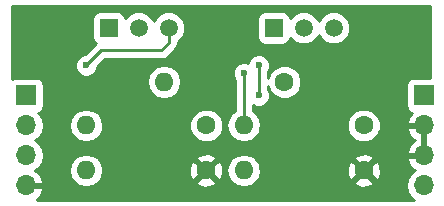
<source format=gbl>
G04 #@! TF.FileFunction,Copper,L2,Bot,Signal*
%FSLAX46Y46*%
G04 Gerber Fmt 4.6, Leading zero omitted, Abs format (unit mm)*
G04 Created by KiCad (PCBNEW 4.0.7) date 01/13/19 00:03:42*
%MOMM*%
%LPD*%
G01*
G04 APERTURE LIST*
%ADD10C,0.100000*%
%ADD11R,1.700000X1.700000*%
%ADD12O,1.700000X1.700000*%
%ADD13C,1.520000*%
%ADD14R,1.520000X1.520000*%
%ADD15C,1.600000*%
%ADD16O,1.600000X1.600000*%
%ADD17C,0.600000*%
%ADD18C,0.250000*%
%ADD19C,0.254000*%
G04 APERTURE END LIST*
D10*
D11*
X114300000Y-135255000D03*
D12*
X114300000Y-137795000D03*
X114300000Y-140335000D03*
X114300000Y-142875000D03*
D11*
X147955000Y-135255000D03*
D12*
X147955000Y-137795000D03*
X147955000Y-140335000D03*
X147955000Y-142875000D03*
D13*
X137795000Y-129540000D03*
X140335000Y-129540000D03*
D14*
X135255000Y-129540000D03*
D13*
X123825000Y-129540000D03*
X126365000Y-129540000D03*
D14*
X121285000Y-129540000D03*
D15*
X129540000Y-137795000D03*
D16*
X119380000Y-137795000D03*
D15*
X136144000Y-134112000D03*
D16*
X125984000Y-134112000D03*
D15*
X142875000Y-137795000D03*
D16*
X132715000Y-137795000D03*
D15*
X142875000Y-141605000D03*
D16*
X132715000Y-141605000D03*
D15*
X129540000Y-141605000D03*
D16*
X119380000Y-141605000D03*
D17*
X132715000Y-133350000D03*
X119380000Y-132715000D03*
X133985000Y-132715000D03*
X133985000Y-135255000D03*
D18*
X132715000Y-137795000D02*
X132715000Y-133350000D01*
X126365000Y-129540000D02*
X126365000Y-130810000D01*
X120650000Y-131445000D02*
X119380000Y-132715000D01*
X125730000Y-131445000D02*
X120650000Y-131445000D01*
X126365000Y-130810000D02*
X125730000Y-131445000D01*
X133985000Y-132715000D02*
X133985000Y-135255000D01*
D19*
G36*
X148515000Y-133757560D02*
X147105000Y-133757560D01*
X146869683Y-133801838D01*
X146653559Y-133940910D01*
X146508569Y-134153110D01*
X146457560Y-134405000D01*
X146457560Y-136105000D01*
X146501838Y-136340317D01*
X146640910Y-136556441D01*
X146853110Y-136701431D01*
X146961107Y-136723301D01*
X146683355Y-137028076D01*
X146513524Y-137438110D01*
X146634845Y-137668000D01*
X147828000Y-137668000D01*
X147828000Y-137648000D01*
X148082000Y-137648000D01*
X148082000Y-137668000D01*
X148102000Y-137668000D01*
X148102000Y-137922000D01*
X148082000Y-137922000D01*
X148082000Y-140208000D01*
X148102000Y-140208000D01*
X148102000Y-140462000D01*
X148082000Y-140462000D01*
X148082000Y-140482000D01*
X147828000Y-140482000D01*
X147828000Y-140462000D01*
X146634845Y-140462000D01*
X146513524Y-140691890D01*
X146683355Y-141101924D01*
X147073642Y-141530183D01*
X147216553Y-141597298D01*
X146875853Y-141824946D01*
X146553946Y-142306715D01*
X146440907Y-142875000D01*
X146553946Y-143443285D01*
X146875853Y-143925054D01*
X147092781Y-144070000D01*
X115181525Y-144070000D01*
X115571645Y-143641924D01*
X115741476Y-143231890D01*
X115620155Y-143002000D01*
X114427000Y-143002000D01*
X114427000Y-143022000D01*
X114173000Y-143022000D01*
X114173000Y-143002000D01*
X114153000Y-143002000D01*
X114153000Y-142748000D01*
X114173000Y-142748000D01*
X114173000Y-142728000D01*
X114427000Y-142728000D01*
X114427000Y-142748000D01*
X115620155Y-142748000D01*
X115741476Y-142518110D01*
X115571645Y-142108076D01*
X115181358Y-141679817D01*
X115038447Y-141612702D01*
X115049973Y-141605000D01*
X117916887Y-141605000D01*
X118026120Y-142154151D01*
X118337189Y-142619698D01*
X118802736Y-142930767D01*
X119351887Y-143040000D01*
X119408113Y-143040000D01*
X119957264Y-142930767D01*
X120422811Y-142619698D01*
X120427456Y-142612745D01*
X128711861Y-142612745D01*
X128785995Y-142858864D01*
X129323223Y-143051965D01*
X129893454Y-143024778D01*
X130294005Y-142858864D01*
X130368139Y-142612745D01*
X129540000Y-141784605D01*
X128711861Y-142612745D01*
X120427456Y-142612745D01*
X120733880Y-142154151D01*
X120843113Y-141605000D01*
X120799994Y-141388223D01*
X128093035Y-141388223D01*
X128120222Y-141958454D01*
X128286136Y-142359005D01*
X128532255Y-142433139D01*
X129360395Y-141605000D01*
X129719605Y-141605000D01*
X130547745Y-142433139D01*
X130793864Y-142359005D01*
X130986965Y-141821777D01*
X130976630Y-141605000D01*
X131251887Y-141605000D01*
X131361120Y-142154151D01*
X131672189Y-142619698D01*
X132137736Y-142930767D01*
X132686887Y-143040000D01*
X132743113Y-143040000D01*
X133292264Y-142930767D01*
X133757811Y-142619698D01*
X133762456Y-142612745D01*
X142046861Y-142612745D01*
X142120995Y-142858864D01*
X142658223Y-143051965D01*
X143228454Y-143024778D01*
X143629005Y-142858864D01*
X143703139Y-142612745D01*
X142875000Y-141784605D01*
X142046861Y-142612745D01*
X133762456Y-142612745D01*
X134068880Y-142154151D01*
X134178113Y-141605000D01*
X134134994Y-141388223D01*
X141428035Y-141388223D01*
X141455222Y-141958454D01*
X141621136Y-142359005D01*
X141867255Y-142433139D01*
X142695395Y-141605000D01*
X143054605Y-141605000D01*
X143882745Y-142433139D01*
X144128864Y-142359005D01*
X144321965Y-141821777D01*
X144294778Y-141251546D01*
X144128864Y-140850995D01*
X143882745Y-140776861D01*
X143054605Y-141605000D01*
X142695395Y-141605000D01*
X141867255Y-140776861D01*
X141621136Y-140850995D01*
X141428035Y-141388223D01*
X134134994Y-141388223D01*
X134068880Y-141055849D01*
X133762457Y-140597255D01*
X142046861Y-140597255D01*
X142875000Y-141425395D01*
X143703139Y-140597255D01*
X143629005Y-140351136D01*
X143091777Y-140158035D01*
X142521546Y-140185222D01*
X142120995Y-140351136D01*
X142046861Y-140597255D01*
X133762457Y-140597255D01*
X133757811Y-140590302D01*
X133292264Y-140279233D01*
X132743113Y-140170000D01*
X132686887Y-140170000D01*
X132137736Y-140279233D01*
X131672189Y-140590302D01*
X131361120Y-141055849D01*
X131251887Y-141605000D01*
X130976630Y-141605000D01*
X130959778Y-141251546D01*
X130793864Y-140850995D01*
X130547745Y-140776861D01*
X129719605Y-141605000D01*
X129360395Y-141605000D01*
X128532255Y-140776861D01*
X128286136Y-140850995D01*
X128093035Y-141388223D01*
X120799994Y-141388223D01*
X120733880Y-141055849D01*
X120427457Y-140597255D01*
X128711861Y-140597255D01*
X129540000Y-141425395D01*
X130368139Y-140597255D01*
X130294005Y-140351136D01*
X129756777Y-140158035D01*
X129186546Y-140185222D01*
X128785995Y-140351136D01*
X128711861Y-140597255D01*
X120427457Y-140597255D01*
X120422811Y-140590302D01*
X119957264Y-140279233D01*
X119408113Y-140170000D01*
X119351887Y-140170000D01*
X118802736Y-140279233D01*
X118337189Y-140590302D01*
X118026120Y-141055849D01*
X117916887Y-141605000D01*
X115049973Y-141605000D01*
X115379147Y-141385054D01*
X115701054Y-140903285D01*
X115814093Y-140335000D01*
X115701054Y-139766715D01*
X115379147Y-139284946D01*
X115049974Y-139065000D01*
X115379147Y-138845054D01*
X115701054Y-138363285D01*
X115814093Y-137795000D01*
X117916887Y-137795000D01*
X118026120Y-138344151D01*
X118337189Y-138809698D01*
X118802736Y-139120767D01*
X119351887Y-139230000D01*
X119408113Y-139230000D01*
X119957264Y-139120767D01*
X120422811Y-138809698D01*
X120733880Y-138344151D01*
X120786584Y-138079187D01*
X128104752Y-138079187D01*
X128322757Y-138606800D01*
X128726077Y-139010824D01*
X129253309Y-139229750D01*
X129824187Y-139230248D01*
X130351800Y-139012243D01*
X130755824Y-138608923D01*
X130974750Y-138081691D01*
X130975000Y-137795000D01*
X131251887Y-137795000D01*
X131361120Y-138344151D01*
X131672189Y-138809698D01*
X132137736Y-139120767D01*
X132686887Y-139230000D01*
X132743113Y-139230000D01*
X133292264Y-139120767D01*
X133757811Y-138809698D01*
X134068880Y-138344151D01*
X134121584Y-138079187D01*
X141439752Y-138079187D01*
X141657757Y-138606800D01*
X142061077Y-139010824D01*
X142588309Y-139229750D01*
X143159187Y-139230248D01*
X143686800Y-139012243D01*
X144090824Y-138608923D01*
X144280600Y-138151890D01*
X146513524Y-138151890D01*
X146683355Y-138561924D01*
X147073642Y-138990183D01*
X147232954Y-139065000D01*
X147073642Y-139139817D01*
X146683355Y-139568076D01*
X146513524Y-139978110D01*
X146634845Y-140208000D01*
X147828000Y-140208000D01*
X147828000Y-137922000D01*
X146634845Y-137922000D01*
X146513524Y-138151890D01*
X144280600Y-138151890D01*
X144309750Y-138081691D01*
X144310248Y-137510813D01*
X144092243Y-136983200D01*
X143688923Y-136579176D01*
X143161691Y-136360250D01*
X142590813Y-136359752D01*
X142063200Y-136577757D01*
X141659176Y-136981077D01*
X141440250Y-137508309D01*
X141439752Y-138079187D01*
X134121584Y-138079187D01*
X134178113Y-137795000D01*
X134068880Y-137245849D01*
X133757811Y-136780302D01*
X133475000Y-136591333D01*
X133475000Y-136055633D01*
X133798201Y-136189838D01*
X134170167Y-136190162D01*
X134513943Y-136048117D01*
X134777192Y-135785327D01*
X134919838Y-135441799D01*
X134920162Y-135069833D01*
X134778117Y-134726057D01*
X134745000Y-134692882D01*
X134745000Y-134483914D01*
X134926757Y-134923800D01*
X135330077Y-135327824D01*
X135857309Y-135546750D01*
X136428187Y-135547248D01*
X136955800Y-135329243D01*
X137359824Y-134925923D01*
X137578750Y-134398691D01*
X137579248Y-133827813D01*
X137361243Y-133300200D01*
X136957923Y-132896176D01*
X136430691Y-132677250D01*
X135859813Y-132676752D01*
X135332200Y-132894757D01*
X134928176Y-133298077D01*
X134745000Y-133739213D01*
X134745000Y-133277463D01*
X134777192Y-133245327D01*
X134919838Y-132901799D01*
X134920162Y-132529833D01*
X134778117Y-132186057D01*
X134515327Y-131922808D01*
X134171799Y-131780162D01*
X133799833Y-131779838D01*
X133456057Y-131921883D01*
X133192808Y-132184673D01*
X133068378Y-132484332D01*
X132901799Y-132415162D01*
X132529833Y-132414838D01*
X132186057Y-132556883D01*
X131922808Y-132819673D01*
X131780162Y-133163201D01*
X131779838Y-133535167D01*
X131921883Y-133878943D01*
X131955000Y-133912118D01*
X131955000Y-136591333D01*
X131672189Y-136780302D01*
X131361120Y-137245849D01*
X131251887Y-137795000D01*
X130975000Y-137795000D01*
X130975248Y-137510813D01*
X130757243Y-136983200D01*
X130353923Y-136579176D01*
X129826691Y-136360250D01*
X129255813Y-136359752D01*
X128728200Y-136577757D01*
X128324176Y-136981077D01*
X128105250Y-137508309D01*
X128104752Y-138079187D01*
X120786584Y-138079187D01*
X120843113Y-137795000D01*
X120733880Y-137245849D01*
X120422811Y-136780302D01*
X119957264Y-136469233D01*
X119408113Y-136360000D01*
X119351887Y-136360000D01*
X118802736Y-136469233D01*
X118337189Y-136780302D01*
X118026120Y-137245849D01*
X117916887Y-137795000D01*
X115814093Y-137795000D01*
X115701054Y-137226715D01*
X115379147Y-136744946D01*
X115337548Y-136717150D01*
X115385317Y-136708162D01*
X115601441Y-136569090D01*
X115746431Y-136356890D01*
X115797440Y-136105000D01*
X115797440Y-134405000D01*
X115753162Y-134169683D01*
X115716045Y-134112000D01*
X124520887Y-134112000D01*
X124630120Y-134661151D01*
X124941189Y-135126698D01*
X125406736Y-135437767D01*
X125955887Y-135547000D01*
X126012113Y-135547000D01*
X126561264Y-135437767D01*
X127026811Y-135126698D01*
X127337880Y-134661151D01*
X127447113Y-134112000D01*
X127337880Y-133562849D01*
X127026811Y-133097302D01*
X126561264Y-132786233D01*
X126012113Y-132677000D01*
X125955887Y-132677000D01*
X125406736Y-132786233D01*
X124941189Y-133097302D01*
X124630120Y-133562849D01*
X124520887Y-134112000D01*
X115716045Y-134112000D01*
X115614090Y-133953559D01*
X115401890Y-133808569D01*
X115150000Y-133757560D01*
X113450000Y-133757560D01*
X113214683Y-133801838D01*
X113105000Y-133872417D01*
X113105000Y-132900167D01*
X118444838Y-132900167D01*
X118586883Y-133243943D01*
X118849673Y-133507192D01*
X119193201Y-133649838D01*
X119565167Y-133650162D01*
X119908943Y-133508117D01*
X120172192Y-133245327D01*
X120314838Y-132901799D01*
X120314879Y-132854923D01*
X120964802Y-132205000D01*
X125730000Y-132205000D01*
X126020839Y-132147148D01*
X126267401Y-131982401D01*
X126902401Y-131347401D01*
X127067148Y-131100839D01*
X127125000Y-130810000D01*
X127125000Y-130735367D01*
X127154172Y-130723313D01*
X127546934Y-130331236D01*
X127759758Y-129818700D01*
X127760242Y-129263735D01*
X127560367Y-128780000D01*
X133847560Y-128780000D01*
X133847560Y-130300000D01*
X133891838Y-130535317D01*
X134030910Y-130751441D01*
X134243110Y-130896431D01*
X134495000Y-130947440D01*
X136015000Y-130947440D01*
X136250317Y-130903162D01*
X136466441Y-130764090D01*
X136611431Y-130551890D01*
X136648969Y-130366520D01*
X137003764Y-130721934D01*
X137516300Y-130934758D01*
X138071265Y-130935242D01*
X138584172Y-130723313D01*
X138976934Y-130331236D01*
X139064954Y-130119262D01*
X139151687Y-130329172D01*
X139543764Y-130721934D01*
X140056300Y-130934758D01*
X140611265Y-130935242D01*
X141124172Y-130723313D01*
X141516934Y-130331236D01*
X141729758Y-129818700D01*
X141730242Y-129263735D01*
X141518313Y-128750828D01*
X141126236Y-128358066D01*
X140613700Y-128145242D01*
X140058735Y-128144758D01*
X139545828Y-128356687D01*
X139153066Y-128748764D01*
X139065046Y-128960738D01*
X138978313Y-128750828D01*
X138586236Y-128358066D01*
X138073700Y-128145242D01*
X137518735Y-128144758D01*
X137005828Y-128356687D01*
X136649684Y-128712210D01*
X136618162Y-128544683D01*
X136479090Y-128328559D01*
X136266890Y-128183569D01*
X136015000Y-128132560D01*
X134495000Y-128132560D01*
X134259683Y-128176838D01*
X134043559Y-128315910D01*
X133898569Y-128528110D01*
X133847560Y-128780000D01*
X127560367Y-128780000D01*
X127548313Y-128750828D01*
X127156236Y-128358066D01*
X126643700Y-128145242D01*
X126088735Y-128144758D01*
X125575828Y-128356687D01*
X125183066Y-128748764D01*
X125095046Y-128960738D01*
X125008313Y-128750828D01*
X124616236Y-128358066D01*
X124103700Y-128145242D01*
X123548735Y-128144758D01*
X123035828Y-128356687D01*
X122679684Y-128712210D01*
X122648162Y-128544683D01*
X122509090Y-128328559D01*
X122296890Y-128183569D01*
X122045000Y-128132560D01*
X120525000Y-128132560D01*
X120289683Y-128176838D01*
X120073559Y-128315910D01*
X119928569Y-128528110D01*
X119877560Y-128780000D01*
X119877560Y-130300000D01*
X119921838Y-130535317D01*
X120060910Y-130751441D01*
X120202014Y-130847853D01*
X120112599Y-130907599D01*
X119240320Y-131779878D01*
X119194833Y-131779838D01*
X118851057Y-131921883D01*
X118587808Y-132184673D01*
X118445162Y-132528201D01*
X118444838Y-132900167D01*
X113105000Y-132900167D01*
X113105000Y-127710000D01*
X148515000Y-127710000D01*
X148515000Y-133757560D01*
X148515000Y-133757560D01*
G37*
X148515000Y-133757560D02*
X147105000Y-133757560D01*
X146869683Y-133801838D01*
X146653559Y-133940910D01*
X146508569Y-134153110D01*
X146457560Y-134405000D01*
X146457560Y-136105000D01*
X146501838Y-136340317D01*
X146640910Y-136556441D01*
X146853110Y-136701431D01*
X146961107Y-136723301D01*
X146683355Y-137028076D01*
X146513524Y-137438110D01*
X146634845Y-137668000D01*
X147828000Y-137668000D01*
X147828000Y-137648000D01*
X148082000Y-137648000D01*
X148082000Y-137668000D01*
X148102000Y-137668000D01*
X148102000Y-137922000D01*
X148082000Y-137922000D01*
X148082000Y-140208000D01*
X148102000Y-140208000D01*
X148102000Y-140462000D01*
X148082000Y-140462000D01*
X148082000Y-140482000D01*
X147828000Y-140482000D01*
X147828000Y-140462000D01*
X146634845Y-140462000D01*
X146513524Y-140691890D01*
X146683355Y-141101924D01*
X147073642Y-141530183D01*
X147216553Y-141597298D01*
X146875853Y-141824946D01*
X146553946Y-142306715D01*
X146440907Y-142875000D01*
X146553946Y-143443285D01*
X146875853Y-143925054D01*
X147092781Y-144070000D01*
X115181525Y-144070000D01*
X115571645Y-143641924D01*
X115741476Y-143231890D01*
X115620155Y-143002000D01*
X114427000Y-143002000D01*
X114427000Y-143022000D01*
X114173000Y-143022000D01*
X114173000Y-143002000D01*
X114153000Y-143002000D01*
X114153000Y-142748000D01*
X114173000Y-142748000D01*
X114173000Y-142728000D01*
X114427000Y-142728000D01*
X114427000Y-142748000D01*
X115620155Y-142748000D01*
X115741476Y-142518110D01*
X115571645Y-142108076D01*
X115181358Y-141679817D01*
X115038447Y-141612702D01*
X115049973Y-141605000D01*
X117916887Y-141605000D01*
X118026120Y-142154151D01*
X118337189Y-142619698D01*
X118802736Y-142930767D01*
X119351887Y-143040000D01*
X119408113Y-143040000D01*
X119957264Y-142930767D01*
X120422811Y-142619698D01*
X120427456Y-142612745D01*
X128711861Y-142612745D01*
X128785995Y-142858864D01*
X129323223Y-143051965D01*
X129893454Y-143024778D01*
X130294005Y-142858864D01*
X130368139Y-142612745D01*
X129540000Y-141784605D01*
X128711861Y-142612745D01*
X120427456Y-142612745D01*
X120733880Y-142154151D01*
X120843113Y-141605000D01*
X120799994Y-141388223D01*
X128093035Y-141388223D01*
X128120222Y-141958454D01*
X128286136Y-142359005D01*
X128532255Y-142433139D01*
X129360395Y-141605000D01*
X129719605Y-141605000D01*
X130547745Y-142433139D01*
X130793864Y-142359005D01*
X130986965Y-141821777D01*
X130976630Y-141605000D01*
X131251887Y-141605000D01*
X131361120Y-142154151D01*
X131672189Y-142619698D01*
X132137736Y-142930767D01*
X132686887Y-143040000D01*
X132743113Y-143040000D01*
X133292264Y-142930767D01*
X133757811Y-142619698D01*
X133762456Y-142612745D01*
X142046861Y-142612745D01*
X142120995Y-142858864D01*
X142658223Y-143051965D01*
X143228454Y-143024778D01*
X143629005Y-142858864D01*
X143703139Y-142612745D01*
X142875000Y-141784605D01*
X142046861Y-142612745D01*
X133762456Y-142612745D01*
X134068880Y-142154151D01*
X134178113Y-141605000D01*
X134134994Y-141388223D01*
X141428035Y-141388223D01*
X141455222Y-141958454D01*
X141621136Y-142359005D01*
X141867255Y-142433139D01*
X142695395Y-141605000D01*
X143054605Y-141605000D01*
X143882745Y-142433139D01*
X144128864Y-142359005D01*
X144321965Y-141821777D01*
X144294778Y-141251546D01*
X144128864Y-140850995D01*
X143882745Y-140776861D01*
X143054605Y-141605000D01*
X142695395Y-141605000D01*
X141867255Y-140776861D01*
X141621136Y-140850995D01*
X141428035Y-141388223D01*
X134134994Y-141388223D01*
X134068880Y-141055849D01*
X133762457Y-140597255D01*
X142046861Y-140597255D01*
X142875000Y-141425395D01*
X143703139Y-140597255D01*
X143629005Y-140351136D01*
X143091777Y-140158035D01*
X142521546Y-140185222D01*
X142120995Y-140351136D01*
X142046861Y-140597255D01*
X133762457Y-140597255D01*
X133757811Y-140590302D01*
X133292264Y-140279233D01*
X132743113Y-140170000D01*
X132686887Y-140170000D01*
X132137736Y-140279233D01*
X131672189Y-140590302D01*
X131361120Y-141055849D01*
X131251887Y-141605000D01*
X130976630Y-141605000D01*
X130959778Y-141251546D01*
X130793864Y-140850995D01*
X130547745Y-140776861D01*
X129719605Y-141605000D01*
X129360395Y-141605000D01*
X128532255Y-140776861D01*
X128286136Y-140850995D01*
X128093035Y-141388223D01*
X120799994Y-141388223D01*
X120733880Y-141055849D01*
X120427457Y-140597255D01*
X128711861Y-140597255D01*
X129540000Y-141425395D01*
X130368139Y-140597255D01*
X130294005Y-140351136D01*
X129756777Y-140158035D01*
X129186546Y-140185222D01*
X128785995Y-140351136D01*
X128711861Y-140597255D01*
X120427457Y-140597255D01*
X120422811Y-140590302D01*
X119957264Y-140279233D01*
X119408113Y-140170000D01*
X119351887Y-140170000D01*
X118802736Y-140279233D01*
X118337189Y-140590302D01*
X118026120Y-141055849D01*
X117916887Y-141605000D01*
X115049973Y-141605000D01*
X115379147Y-141385054D01*
X115701054Y-140903285D01*
X115814093Y-140335000D01*
X115701054Y-139766715D01*
X115379147Y-139284946D01*
X115049974Y-139065000D01*
X115379147Y-138845054D01*
X115701054Y-138363285D01*
X115814093Y-137795000D01*
X117916887Y-137795000D01*
X118026120Y-138344151D01*
X118337189Y-138809698D01*
X118802736Y-139120767D01*
X119351887Y-139230000D01*
X119408113Y-139230000D01*
X119957264Y-139120767D01*
X120422811Y-138809698D01*
X120733880Y-138344151D01*
X120786584Y-138079187D01*
X128104752Y-138079187D01*
X128322757Y-138606800D01*
X128726077Y-139010824D01*
X129253309Y-139229750D01*
X129824187Y-139230248D01*
X130351800Y-139012243D01*
X130755824Y-138608923D01*
X130974750Y-138081691D01*
X130975000Y-137795000D01*
X131251887Y-137795000D01*
X131361120Y-138344151D01*
X131672189Y-138809698D01*
X132137736Y-139120767D01*
X132686887Y-139230000D01*
X132743113Y-139230000D01*
X133292264Y-139120767D01*
X133757811Y-138809698D01*
X134068880Y-138344151D01*
X134121584Y-138079187D01*
X141439752Y-138079187D01*
X141657757Y-138606800D01*
X142061077Y-139010824D01*
X142588309Y-139229750D01*
X143159187Y-139230248D01*
X143686800Y-139012243D01*
X144090824Y-138608923D01*
X144280600Y-138151890D01*
X146513524Y-138151890D01*
X146683355Y-138561924D01*
X147073642Y-138990183D01*
X147232954Y-139065000D01*
X147073642Y-139139817D01*
X146683355Y-139568076D01*
X146513524Y-139978110D01*
X146634845Y-140208000D01*
X147828000Y-140208000D01*
X147828000Y-137922000D01*
X146634845Y-137922000D01*
X146513524Y-138151890D01*
X144280600Y-138151890D01*
X144309750Y-138081691D01*
X144310248Y-137510813D01*
X144092243Y-136983200D01*
X143688923Y-136579176D01*
X143161691Y-136360250D01*
X142590813Y-136359752D01*
X142063200Y-136577757D01*
X141659176Y-136981077D01*
X141440250Y-137508309D01*
X141439752Y-138079187D01*
X134121584Y-138079187D01*
X134178113Y-137795000D01*
X134068880Y-137245849D01*
X133757811Y-136780302D01*
X133475000Y-136591333D01*
X133475000Y-136055633D01*
X133798201Y-136189838D01*
X134170167Y-136190162D01*
X134513943Y-136048117D01*
X134777192Y-135785327D01*
X134919838Y-135441799D01*
X134920162Y-135069833D01*
X134778117Y-134726057D01*
X134745000Y-134692882D01*
X134745000Y-134483914D01*
X134926757Y-134923800D01*
X135330077Y-135327824D01*
X135857309Y-135546750D01*
X136428187Y-135547248D01*
X136955800Y-135329243D01*
X137359824Y-134925923D01*
X137578750Y-134398691D01*
X137579248Y-133827813D01*
X137361243Y-133300200D01*
X136957923Y-132896176D01*
X136430691Y-132677250D01*
X135859813Y-132676752D01*
X135332200Y-132894757D01*
X134928176Y-133298077D01*
X134745000Y-133739213D01*
X134745000Y-133277463D01*
X134777192Y-133245327D01*
X134919838Y-132901799D01*
X134920162Y-132529833D01*
X134778117Y-132186057D01*
X134515327Y-131922808D01*
X134171799Y-131780162D01*
X133799833Y-131779838D01*
X133456057Y-131921883D01*
X133192808Y-132184673D01*
X133068378Y-132484332D01*
X132901799Y-132415162D01*
X132529833Y-132414838D01*
X132186057Y-132556883D01*
X131922808Y-132819673D01*
X131780162Y-133163201D01*
X131779838Y-133535167D01*
X131921883Y-133878943D01*
X131955000Y-133912118D01*
X131955000Y-136591333D01*
X131672189Y-136780302D01*
X131361120Y-137245849D01*
X131251887Y-137795000D01*
X130975000Y-137795000D01*
X130975248Y-137510813D01*
X130757243Y-136983200D01*
X130353923Y-136579176D01*
X129826691Y-136360250D01*
X129255813Y-136359752D01*
X128728200Y-136577757D01*
X128324176Y-136981077D01*
X128105250Y-137508309D01*
X128104752Y-138079187D01*
X120786584Y-138079187D01*
X120843113Y-137795000D01*
X120733880Y-137245849D01*
X120422811Y-136780302D01*
X119957264Y-136469233D01*
X119408113Y-136360000D01*
X119351887Y-136360000D01*
X118802736Y-136469233D01*
X118337189Y-136780302D01*
X118026120Y-137245849D01*
X117916887Y-137795000D01*
X115814093Y-137795000D01*
X115701054Y-137226715D01*
X115379147Y-136744946D01*
X115337548Y-136717150D01*
X115385317Y-136708162D01*
X115601441Y-136569090D01*
X115746431Y-136356890D01*
X115797440Y-136105000D01*
X115797440Y-134405000D01*
X115753162Y-134169683D01*
X115716045Y-134112000D01*
X124520887Y-134112000D01*
X124630120Y-134661151D01*
X124941189Y-135126698D01*
X125406736Y-135437767D01*
X125955887Y-135547000D01*
X126012113Y-135547000D01*
X126561264Y-135437767D01*
X127026811Y-135126698D01*
X127337880Y-134661151D01*
X127447113Y-134112000D01*
X127337880Y-133562849D01*
X127026811Y-133097302D01*
X126561264Y-132786233D01*
X126012113Y-132677000D01*
X125955887Y-132677000D01*
X125406736Y-132786233D01*
X124941189Y-133097302D01*
X124630120Y-133562849D01*
X124520887Y-134112000D01*
X115716045Y-134112000D01*
X115614090Y-133953559D01*
X115401890Y-133808569D01*
X115150000Y-133757560D01*
X113450000Y-133757560D01*
X113214683Y-133801838D01*
X113105000Y-133872417D01*
X113105000Y-132900167D01*
X118444838Y-132900167D01*
X118586883Y-133243943D01*
X118849673Y-133507192D01*
X119193201Y-133649838D01*
X119565167Y-133650162D01*
X119908943Y-133508117D01*
X120172192Y-133245327D01*
X120314838Y-132901799D01*
X120314879Y-132854923D01*
X120964802Y-132205000D01*
X125730000Y-132205000D01*
X126020839Y-132147148D01*
X126267401Y-131982401D01*
X126902401Y-131347401D01*
X127067148Y-131100839D01*
X127125000Y-130810000D01*
X127125000Y-130735367D01*
X127154172Y-130723313D01*
X127546934Y-130331236D01*
X127759758Y-129818700D01*
X127760242Y-129263735D01*
X127560367Y-128780000D01*
X133847560Y-128780000D01*
X133847560Y-130300000D01*
X133891838Y-130535317D01*
X134030910Y-130751441D01*
X134243110Y-130896431D01*
X134495000Y-130947440D01*
X136015000Y-130947440D01*
X136250317Y-130903162D01*
X136466441Y-130764090D01*
X136611431Y-130551890D01*
X136648969Y-130366520D01*
X137003764Y-130721934D01*
X137516300Y-130934758D01*
X138071265Y-130935242D01*
X138584172Y-130723313D01*
X138976934Y-130331236D01*
X139064954Y-130119262D01*
X139151687Y-130329172D01*
X139543764Y-130721934D01*
X140056300Y-130934758D01*
X140611265Y-130935242D01*
X141124172Y-130723313D01*
X141516934Y-130331236D01*
X141729758Y-129818700D01*
X141730242Y-129263735D01*
X141518313Y-128750828D01*
X141126236Y-128358066D01*
X140613700Y-128145242D01*
X140058735Y-128144758D01*
X139545828Y-128356687D01*
X139153066Y-128748764D01*
X139065046Y-128960738D01*
X138978313Y-128750828D01*
X138586236Y-128358066D01*
X138073700Y-128145242D01*
X137518735Y-128144758D01*
X137005828Y-128356687D01*
X136649684Y-128712210D01*
X136618162Y-128544683D01*
X136479090Y-128328559D01*
X136266890Y-128183569D01*
X136015000Y-128132560D01*
X134495000Y-128132560D01*
X134259683Y-128176838D01*
X134043559Y-128315910D01*
X133898569Y-128528110D01*
X133847560Y-128780000D01*
X127560367Y-128780000D01*
X127548313Y-128750828D01*
X127156236Y-128358066D01*
X126643700Y-128145242D01*
X126088735Y-128144758D01*
X125575828Y-128356687D01*
X125183066Y-128748764D01*
X125095046Y-128960738D01*
X125008313Y-128750828D01*
X124616236Y-128358066D01*
X124103700Y-128145242D01*
X123548735Y-128144758D01*
X123035828Y-128356687D01*
X122679684Y-128712210D01*
X122648162Y-128544683D01*
X122509090Y-128328559D01*
X122296890Y-128183569D01*
X122045000Y-128132560D01*
X120525000Y-128132560D01*
X120289683Y-128176838D01*
X120073559Y-128315910D01*
X119928569Y-128528110D01*
X119877560Y-128780000D01*
X119877560Y-130300000D01*
X119921838Y-130535317D01*
X120060910Y-130751441D01*
X120202014Y-130847853D01*
X120112599Y-130907599D01*
X119240320Y-131779878D01*
X119194833Y-131779838D01*
X118851057Y-131921883D01*
X118587808Y-132184673D01*
X118445162Y-132528201D01*
X118444838Y-132900167D01*
X113105000Y-132900167D01*
X113105000Y-127710000D01*
X148515000Y-127710000D01*
X148515000Y-133757560D01*
M02*

</source>
